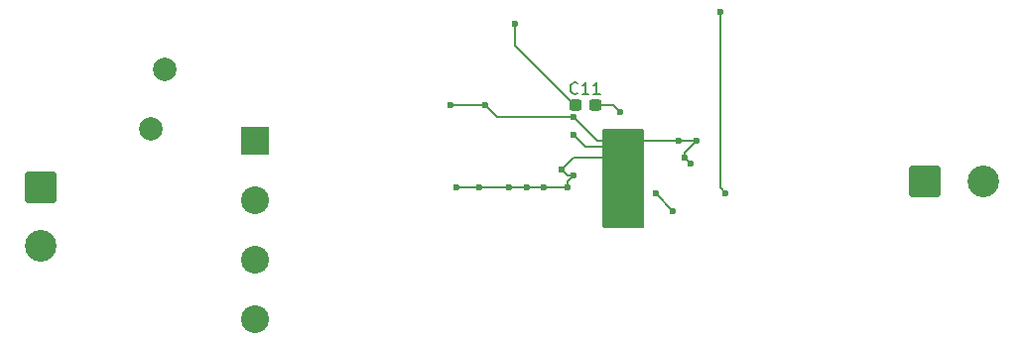
<source format=gbr>
%TF.GenerationSoftware,KiCad,Pcbnew,9.0.6*%
%TF.CreationDate,2025-11-14T16:09:11+05:30*%
%TF.ProjectId,fiveV_2A_LPS,66697665-565f-4324-915f-4c50532e6b69,rev?*%
%TF.SameCoordinates,Original*%
%TF.FileFunction,Copper,L2,Bot*%
%TF.FilePolarity,Positive*%
%FSLAX46Y46*%
G04 Gerber Fmt 4.6, Leading zero omitted, Abs format (unit mm)*
G04 Created by KiCad (PCBNEW 9.0.6) date 2025-11-14 16:09:11*
%MOMM*%
%LPD*%
G01*
G04 APERTURE LIST*
G04 Aperture macros list*
%AMRoundRect*
0 Rectangle with rounded corners*
0 $1 Rounding radius*
0 $2 $3 $4 $5 $6 $7 $8 $9 X,Y pos of 4 corners*
0 Add a 4 corners polygon primitive as box body*
4,1,4,$2,$3,$4,$5,$6,$7,$8,$9,$2,$3,0*
0 Add four circle primitives for the rounded corners*
1,1,$1+$1,$2,$3*
1,1,$1+$1,$4,$5*
1,1,$1+$1,$6,$7*
1,1,$1+$1,$8,$9*
0 Add four rect primitives between the rounded corners*
20,1,$1+$1,$2,$3,$4,$5,0*
20,1,$1+$1,$4,$5,$6,$7,0*
20,1,$1+$1,$6,$7,$8,$9,0*
20,1,$1+$1,$8,$9,$2,$3,0*%
G04 Aperture macros list end*
%ADD10C,0.150000*%
%TA.AperFunction,NonConductor*%
%ADD11C,0.150000*%
%TD*%
%TA.AperFunction,ComponentPad*%
%ADD12RoundRect,0.250001X-1.099999X1.099999X-1.099999X-1.099999X1.099999X-1.099999X1.099999X1.099999X0*%
%TD*%
%TA.AperFunction,ComponentPad*%
%ADD13C,2.700000*%
%TD*%
%TA.AperFunction,ComponentPad*%
%ADD14RoundRect,0.250001X-1.099999X-1.099999X1.099999X-1.099999X1.099999X1.099999X-1.099999X1.099999X0*%
%TD*%
%TA.AperFunction,ComponentPad*%
%ADD15C,2.010000*%
%TD*%
%TA.AperFunction,ComponentPad*%
%ADD16R,2.385000X2.385000*%
%TD*%
%TA.AperFunction,ComponentPad*%
%ADD17C,2.385000*%
%TD*%
%TA.AperFunction,SMDPad,CuDef*%
%ADD18RoundRect,0.237500X0.300000X0.237500X-0.300000X0.237500X-0.300000X-0.237500X0.300000X-0.237500X0*%
%TD*%
%TA.AperFunction,ViaPad*%
%ADD19C,0.250000*%
%TD*%
%TA.AperFunction,ViaPad*%
%ADD20C,0.600000*%
%TD*%
%TA.AperFunction,Conductor*%
%ADD21C,0.200000*%
%TD*%
G04 APERTURE END LIST*
D10*
D11*
X219857142Y-97429580D02*
X219809523Y-97477200D01*
X219809523Y-97477200D02*
X219666666Y-97524819D01*
X219666666Y-97524819D02*
X219571428Y-97524819D01*
X219571428Y-97524819D02*
X219428571Y-97477200D01*
X219428571Y-97477200D02*
X219333333Y-97381961D01*
X219333333Y-97381961D02*
X219285714Y-97286723D01*
X219285714Y-97286723D02*
X219238095Y-97096247D01*
X219238095Y-97096247D02*
X219238095Y-96953390D01*
X219238095Y-96953390D02*
X219285714Y-96762914D01*
X219285714Y-96762914D02*
X219333333Y-96667676D01*
X219333333Y-96667676D02*
X219428571Y-96572438D01*
X219428571Y-96572438D02*
X219571428Y-96524819D01*
X219571428Y-96524819D02*
X219666666Y-96524819D01*
X219666666Y-96524819D02*
X219809523Y-96572438D01*
X219809523Y-96572438D02*
X219857142Y-96620057D01*
X220809523Y-97524819D02*
X220238095Y-97524819D01*
X220523809Y-97524819D02*
X220523809Y-96524819D01*
X220523809Y-96524819D02*
X220428571Y-96667676D01*
X220428571Y-96667676D02*
X220333333Y-96762914D01*
X220333333Y-96762914D02*
X220238095Y-96810533D01*
X221761904Y-97524819D02*
X221190476Y-97524819D01*
X221476190Y-97524819D02*
X221476190Y-96524819D01*
X221476190Y-96524819D02*
X221380952Y-96667676D01*
X221380952Y-96667676D02*
X221285714Y-96762914D01*
X221285714Y-96762914D02*
X221190476Y-96810533D01*
D12*
%TO.P,J1,1,Pin_1*%
%TO.N,Net-(J1-Pin_1)*%
X174000000Y-105500000D03*
D13*
%TO.P,J1,2,Pin_2*%
%TO.N,NEUT*%
X174000000Y-110500000D03*
%TD*%
D14*
%TO.P,J2,1,Pin_1*%
%TO.N,+5V*%
X249500000Y-105000000D03*
D13*
%TO.P,J2,2,Pin_2*%
%TO.N,GND*%
X254500000Y-105000000D03*
%TD*%
D15*
%TO.P,F1,1*%
%TO.N,Net-(J1-Pin_1)*%
X184600000Y-95450000D03*
%TO.P,F1,2*%
%TO.N,AC*%
X183400000Y-100550000D03*
%TD*%
D16*
%TO.P,BR1,1,-*%
%TO.N,GND*%
X192346000Y-101500000D03*
D17*
%TO.P,BR1,2,~_1*%
%TO.N,AC*%
X192346000Y-106580000D03*
%TO.P,BR1,3,~_2*%
%TO.N,NEUT*%
X192346000Y-111660000D03*
%TO.P,BR1,4,+*%
%TO.N,+VDC*%
X192346000Y-116740000D03*
%TD*%
D18*
%TO.P,C11,1*%
%TO.N,Net-(IC1-BOOT)*%
X221362500Y-98500000D03*
%TO.P,C11,2*%
%TO.N,Net-(D1-K)*%
X219637500Y-98500000D03*
%TD*%
D19*
%TO.N,GND*%
X224500000Y-102000000D03*
X223500000Y-102000000D03*
D20*
X219500000Y-101000000D03*
X209000000Y-98500000D03*
X219500000Y-104500000D03*
X219500000Y-99500000D03*
X217000000Y-105500000D03*
X219000000Y-105500000D03*
D19*
X223500000Y-102500000D03*
D20*
X228500000Y-101500000D03*
X214000000Y-105500000D03*
X219500000Y-99500000D03*
X212000000Y-98500000D03*
X209500000Y-105500000D03*
D19*
X223500000Y-103000000D03*
D20*
X229000000Y-103000000D03*
X215500000Y-105500000D03*
D19*
X224500000Y-102500000D03*
D20*
X211500000Y-105500000D03*
D19*
X224500000Y-103000000D03*
D20*
X218500000Y-104000000D03*
X229500000Y-103500000D03*
X230000000Y-101500000D03*
%TO.N,+5V*%
X232000000Y-90500000D03*
X232500000Y-106000000D03*
%TO.N,Net-(D1-K)*%
X214500000Y-91500000D03*
%TO.N,Net-(IC1-BOOT)*%
X223500000Y-99066000D03*
%TO.N,Net-(IC1-FB)*%
X228000000Y-107500000D03*
X226500000Y-106000000D03*
%TD*%
D21*
%TO.N,GND*%
X224500000Y-102500000D02*
X224500000Y-102000000D01*
X219000000Y-105000000D02*
X219500000Y-104500000D01*
X219000000Y-105500000D02*
X219000000Y-105000000D01*
X229500000Y-103500000D02*
X229000000Y-103000000D01*
X211500000Y-105500000D02*
X214000000Y-105500000D01*
X224500000Y-102000000D02*
X220500000Y-102000000D01*
X229000000Y-102500000D02*
X229000000Y-103000000D01*
X224500000Y-102500000D02*
X223500000Y-102500000D01*
X220500000Y-102000000D02*
X219500000Y-101000000D01*
X214000000Y-105500000D02*
X215500000Y-105500000D01*
X230000000Y-101500000D02*
X229000000Y-102500000D01*
X219500000Y-103000000D02*
X218500000Y-104000000D01*
X221500000Y-101500000D02*
X219500000Y-99500000D01*
X223500000Y-103000000D02*
X219500000Y-103000000D01*
X224500000Y-103000000D02*
X224500000Y-102500000D01*
X212000000Y-98500000D02*
X209000000Y-98500000D01*
X217000000Y-105500000D02*
X219000000Y-105500000D01*
X223500000Y-102500000D02*
X223500000Y-103000000D01*
X219000000Y-104500000D02*
X218500000Y-104000000D01*
X209500000Y-105500000D02*
X211500000Y-105500000D01*
X230000000Y-101500000D02*
X228500000Y-101500000D01*
X219500000Y-104500000D02*
X219000000Y-104500000D01*
X223500000Y-102500000D02*
X223500000Y-102000000D01*
X223500000Y-102000000D02*
X224500000Y-102000000D01*
X223500000Y-103000000D02*
X224500000Y-103000000D01*
X219500000Y-99500000D02*
X213000000Y-99500000D01*
X213000000Y-99500000D02*
X212000000Y-98500000D01*
X215500000Y-105500000D02*
X217000000Y-105500000D01*
X228500000Y-101500000D02*
X221500000Y-101500000D01*
%TO.N,+5V*%
X232500000Y-106000000D02*
X232000000Y-105500000D01*
X232000000Y-105500000D02*
X232000000Y-90500000D01*
%TO.N,Net-(D1-K)*%
X219625417Y-98500000D02*
X214500000Y-93374583D01*
X214500000Y-93374583D02*
X214500000Y-91500000D01*
X219637500Y-98500000D02*
X219625417Y-98500000D01*
%TO.N,Net-(IC1-BOOT)*%
X221362500Y-98500000D02*
X222934000Y-98500000D01*
X222934000Y-98500000D02*
X223500000Y-99066000D01*
%TO.N,Net-(IC1-FB)*%
X228000000Y-107500000D02*
X226500000Y-106000000D01*
%TD*%
%TA.AperFunction,Conductor*%
%TO.N,GND*%
G36*
X225443039Y-100519685D02*
G01*
X225488794Y-100572489D01*
X225500000Y-100624000D01*
X225500000Y-108876000D01*
X225480315Y-108943039D01*
X225427511Y-108988794D01*
X225376000Y-109000000D01*
X222124000Y-109000000D01*
X222056961Y-108980315D01*
X222011206Y-108927511D01*
X222000000Y-108876000D01*
X222000000Y-100624000D01*
X222019685Y-100556961D01*
X222072489Y-100511206D01*
X222124000Y-100500000D01*
X225376000Y-100500000D01*
X225443039Y-100519685D01*
G37*
%TD.AperFunction*%
%TD*%
M02*

</source>
